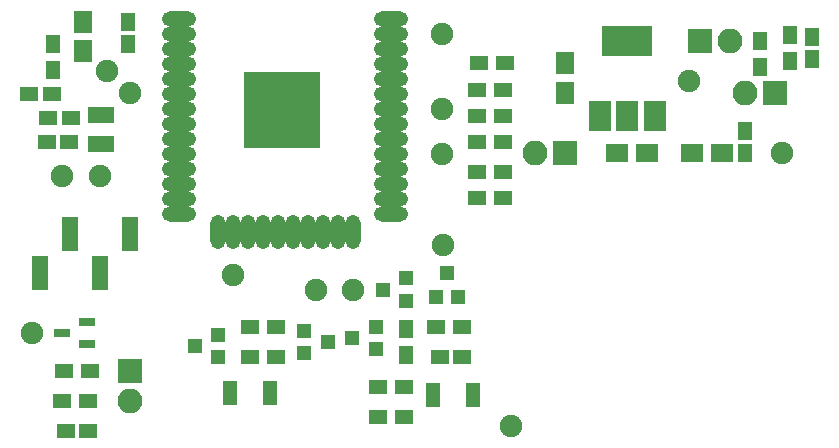
<source format=gbr>
G04 #@! TF.FileFunction,Soldermask,Top*
%FSLAX46Y46*%
G04 Gerber Fmt 4.6, Leading zero omitted, Abs format (unit mm)*
G04 Created by KiCad (PCBNEW 4.0.7) date 02/27/19 21:19:11*
%MOMM*%
%LPD*%
G01*
G04 APERTURE LIST*
%ADD10C,0.100000*%
%ADD11R,1.150000X1.600000*%
%ADD12R,1.650000X1.900000*%
%ADD13R,1.600000X1.150000*%
%ADD14R,1.600000X1.300000*%
%ADD15R,1.440000X0.740000*%
%ADD16R,1.400000X2.910000*%
%ADD17R,1.300000X1.200000*%
%ADD18R,1.200000X1.300000*%
%ADD19R,1.300000X1.600000*%
%ADD20R,1.200000X2.100000*%
%ADD21C,1.900000*%
%ADD22R,1.900000X2.600000*%
%ADD23R,4.200000X2.600000*%
%ADD24O,2.900000X1.300000*%
%ADD25O,1.300000X2.900000*%
%ADD26R,6.400000X6.400000*%
%ADD27R,2.200000X1.400000*%
%ADD28R,1.900000X1.650000*%
%ADD29R,2.100000X2.100000*%
%ADD30O,2.100000X2.100000*%
G04 APERTURE END LIST*
D10*
D11*
X112230000Y-74595000D03*
X112230000Y-72695000D03*
D12*
X96990000Y-67000000D03*
X96990000Y-69500000D03*
D11*
X59995000Y-65375000D03*
X59995000Y-63475000D03*
D12*
X56185000Y-65975000D03*
X56185000Y-63475000D03*
D13*
X86415702Y-91874130D03*
X88315702Y-91874130D03*
X55037000Y-73701000D03*
X53137000Y-73701000D03*
X55169000Y-71603000D03*
X53269000Y-71603000D03*
X53579000Y-69571000D03*
X51679000Y-69571000D03*
D14*
X89615096Y-69247286D03*
X91815096Y-69247286D03*
X89615096Y-73692286D03*
X91815096Y-73692286D03*
X89615096Y-76232286D03*
X91815096Y-76232286D03*
D15*
X54445000Y-89840000D03*
X56545000Y-88890000D03*
X56545000Y-90790000D03*
D16*
X60160000Y-81450000D03*
X55080000Y-81450000D03*
X57620000Y-84760000D03*
X52540000Y-84760000D03*
D17*
X83600702Y-87109130D03*
X83600702Y-85209130D03*
X81600702Y-86159130D03*
X81015702Y-91234130D03*
X81015702Y-89334130D03*
X79015702Y-90284130D03*
X67680702Y-91869130D03*
X67680702Y-89969130D03*
X65680702Y-90919130D03*
D18*
X86095702Y-86794130D03*
X87995702Y-86794130D03*
X87045702Y-84794130D03*
D17*
X74935702Y-89654130D03*
X74935702Y-91554130D03*
X76935702Y-90604130D03*
D14*
X54445000Y-95555000D03*
X56645000Y-95555000D03*
D19*
X113500000Y-67275000D03*
X113500000Y-65075000D03*
X116040000Y-64610000D03*
X116040000Y-66810000D03*
D14*
X83385702Y-96954130D03*
X81185702Y-96954130D03*
X89710000Y-66980000D03*
X91910000Y-66980000D03*
X83385702Y-94414130D03*
X81185702Y-94414130D03*
D19*
X83555702Y-91704130D03*
X83555702Y-89504130D03*
D14*
X89540000Y-71425000D03*
X91740000Y-71425000D03*
X89540000Y-78410000D03*
X91740000Y-78410000D03*
X72590702Y-91874130D03*
X70390702Y-91874130D03*
X88295702Y-89334130D03*
X86095702Y-89334130D03*
X70390702Y-89334130D03*
X72590702Y-89334130D03*
D19*
X53645000Y-65339000D03*
X53645000Y-67539000D03*
D20*
X89270702Y-95049130D03*
X85870702Y-95049130D03*
X68620000Y-94920000D03*
X72020000Y-94920000D03*
D21*
X92418000Y-97714000D03*
X115405000Y-74600000D03*
X107531000Y-68504000D03*
X86605096Y-64497286D03*
X86605096Y-70847286D03*
X86605096Y-74657286D03*
X58255000Y-67615000D03*
X60160000Y-69520000D03*
X51905000Y-89840000D03*
X57620000Y-76505000D03*
X54445000Y-76505000D03*
X68950702Y-84889130D03*
X75935702Y-86159130D03*
X79110702Y-86159130D03*
X86730702Y-82349130D03*
D22*
X104610000Y-71425000D03*
X102310000Y-71425000D03*
X100010000Y-71425000D03*
D23*
X102310000Y-65125000D03*
D24*
X82330000Y-63255000D03*
X82330000Y-64525000D03*
X82330000Y-65795000D03*
X82330000Y-67065000D03*
X82330000Y-68335000D03*
X82330000Y-69605000D03*
X82330000Y-70875000D03*
X82330000Y-72145000D03*
X82330000Y-73415000D03*
X82330000Y-74685000D03*
X82330000Y-75955000D03*
X82330000Y-77225000D03*
X82330000Y-78495000D03*
X82330000Y-79765000D03*
D25*
X79045000Y-81255000D03*
X77775000Y-81255000D03*
X76505000Y-81255000D03*
X75235000Y-81255000D03*
X73965000Y-81255000D03*
X72695000Y-81255000D03*
X71425000Y-81255000D03*
X70155000Y-81255000D03*
X68885000Y-81255000D03*
X67615000Y-81255000D03*
D24*
X64330000Y-79765000D03*
X64330000Y-78495000D03*
X64330000Y-77225000D03*
X64330000Y-75955000D03*
X64330000Y-74685000D03*
X64330000Y-73415000D03*
X64330000Y-72145000D03*
X64330000Y-70875000D03*
X64330000Y-69605000D03*
X64330000Y-68335000D03*
X64330000Y-67065000D03*
X64330000Y-65795000D03*
X64330000Y-64525000D03*
X64330000Y-63255000D03*
D26*
X73030000Y-70955000D03*
D27*
X57709000Y-73869000D03*
X57709000Y-71369000D03*
D13*
X54765000Y-98095000D03*
X56665000Y-98095000D03*
D28*
X103955000Y-74600000D03*
X101455000Y-74600000D03*
D11*
X117945000Y-64760000D03*
X117945000Y-66660000D03*
D29*
X114770000Y-69520000D03*
D30*
X112230000Y-69520000D03*
D29*
X60160000Y-93015000D03*
D30*
X60160000Y-95555000D03*
D29*
X108420000Y-65075000D03*
D30*
X110960000Y-65075000D03*
D29*
X96990000Y-74600000D03*
D30*
X94450000Y-74600000D03*
D28*
X107805000Y-74600000D03*
X110305000Y-74600000D03*
D14*
X56815000Y-93015000D03*
X54615000Y-93015000D03*
M02*

</source>
